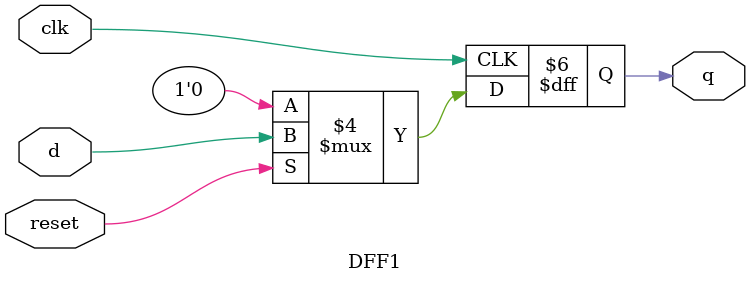
<source format=v>
module DFF1(
  input clk,
  input reset,
  input d,
  output reg q
);

always@(posedge clk)
  if(!reset)
    q <= 0; //Í¬²½Çå 0£¬µÍµçÆ½ÓÐÐ§
  else
    q <= d;

endmodule

</source>
